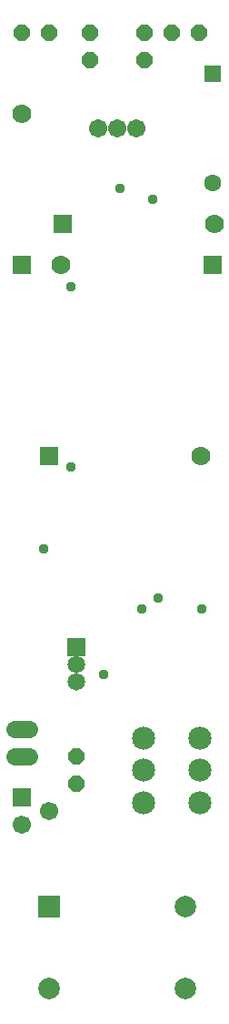
<source format=gbs>
G75*
%MOIN*%
%OFA0B0*%
%FSLAX25Y25*%
%IPPOS*%
%LPD*%
%AMOC8*
5,1,8,0,0,1.08239X$1,22.5*
%
%ADD10R,0.07001X0.07001*%
%ADD11C,0.07001*%
%ADD12C,0.06300*%
%ADD13R,0.06300X0.06300*%
%ADD14C,0.06400*%
%ADD15R,0.06501X0.06501*%
%ADD16C,0.06501*%
%ADD17R,0.06700X0.06700*%
%ADD18C,0.06700*%
%ADD19C,0.06745*%
%ADD20OC8,0.06000*%
%ADD21C,0.08477*%
%ADD22R,0.07887X0.07887*%
%ADD23C,0.07887*%
%ADD24C,0.03778*%
D10*
X0129342Y0264933D03*
X0119342Y0334933D03*
X0134342Y0349933D03*
X0189342Y0334933D03*
D11*
X0189854Y0349933D03*
X0184854Y0264933D03*
X0133830Y0334933D03*
X0119342Y0390445D03*
D12*
X0189342Y0364933D03*
D13*
X0189342Y0404933D03*
D14*
X0122142Y0154933D02*
X0116542Y0154933D01*
X0116542Y0164933D02*
X0122142Y0164933D01*
D15*
X0139342Y0194933D03*
D16*
X0139342Y0188634D03*
X0139342Y0182335D03*
D17*
X0119342Y0139933D03*
D18*
X0119342Y0129933D03*
X0129342Y0134933D03*
D19*
X0147255Y0384933D03*
X0154342Y0384933D03*
X0161428Y0384933D03*
D20*
X0164342Y0409933D03*
X0164342Y0419933D03*
X0174342Y0419933D03*
X0184342Y0419933D03*
X0144342Y0419933D03*
X0144342Y0409933D03*
X0129342Y0419933D03*
X0119342Y0419933D03*
X0139342Y0154933D03*
X0139342Y0144933D03*
D21*
X0163909Y0149933D03*
X0163909Y0138122D03*
X0163909Y0161744D03*
X0184775Y0161744D03*
X0184775Y0149933D03*
X0184775Y0138122D03*
D22*
X0129342Y0099933D03*
D23*
X0129342Y0069933D03*
X0179342Y0069933D03*
X0179342Y0099933D03*
D24*
X0149342Y0184933D03*
X0163342Y0208933D03*
X0169342Y0212933D03*
X0185342Y0208933D03*
X0137342Y0260933D03*
X0127342Y0230933D03*
X0137342Y0326933D03*
X0155342Y0362933D03*
X0167342Y0358933D03*
M02*

</source>
